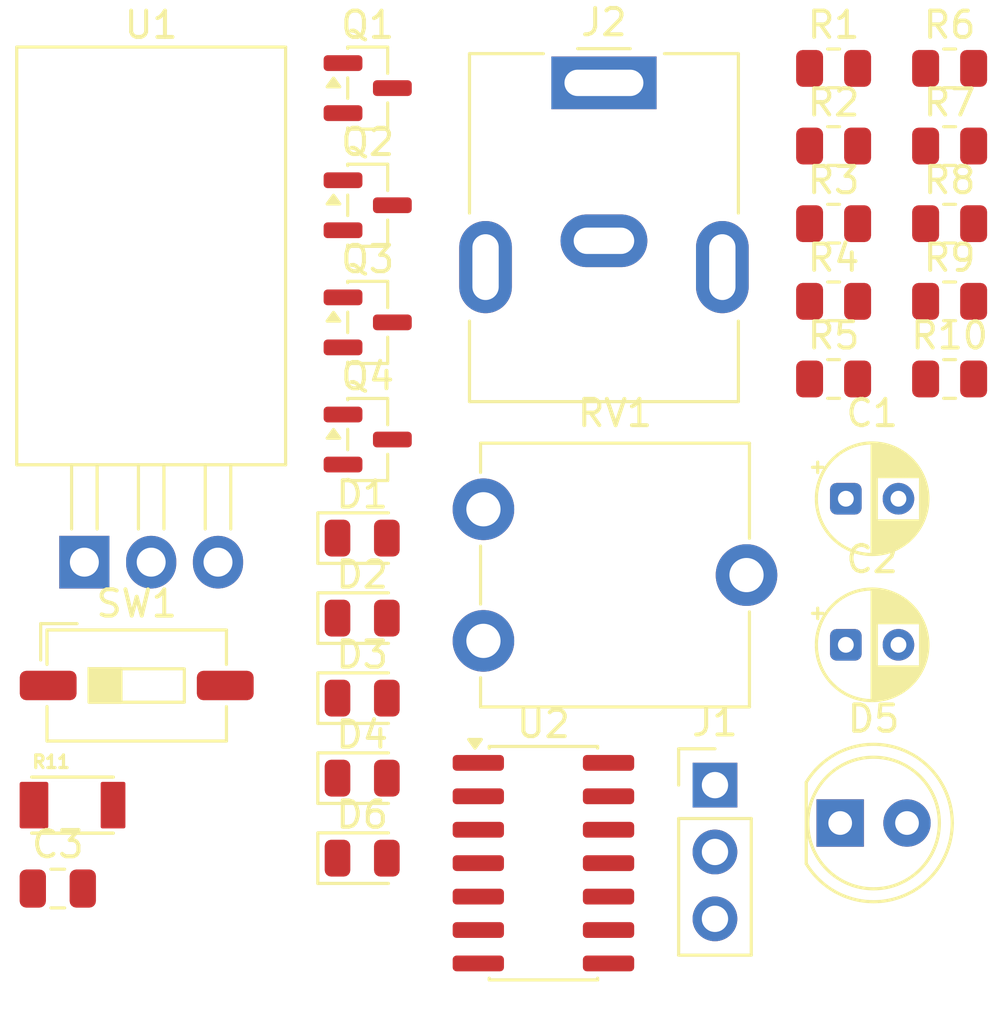
<source format=kicad_pcb>
(kicad_pcb (version 20241229) (generator "pcbnew") (generator_version "9.0")
  (layers (0 "F.Cu" signal) (2 "B.Cu" signal) (13 "F.Paste" user) (15 "B.Paste" user) (5 "F.SilkS" user "F.Silkscreen") (7 "B.SilkS" user "B.Silkscreen") (1 "F.Mask" user) (3 "B.Mask" user) (25 "Edge.Cuts" user))
  (net 0 "")
  (net 1 "Net-(D6-K)")
  (net 2 "GND")
  (net 3 "Net-(J1-Pin_1)")
  (net 4 "Net-(Q2-C)")
  (net 5 "Net-(D1-K)")
  (net 6 "Net-(D1-A)")
  (net 7 "Net-(D2-A)")
  (net 8 "Net-(D5-A)")
  (net 9 "Net-(J1-Pin_2)")
  (net 10 "Net-(SW1-A)")
  (net 11 "Net-(Q1-C)")
  (net 12 "Net-(Q1-B)")
  (net 13 "Net-(Q3-E)")
  (net 14 "Net-(Q3-B)")
  (net 15 "Net-(Q4-B)")
  (net 16 "Net-(U2A-+)")
  (net 17 "Net-(R9-Pad1)")
  (net 18 "Net-(SW1-B)")
  (footprint "Diode_SMD:D_0805_2012Metric" (layer "F.Cu") (at 152.29 100.755)
    (property "Reference" "D3" (at 0 -1.65 0) (layer "F.SilkS"))
    (property "Value" "1N4005")
    (fp_line (start -1.685 -0.96) (end -1.685 0.96) (stroke (width 0.12)) (layer "F.SilkS"))
    (fp_line (start -1.685 0.96) (end 1 0.96) (stroke (width 0.12)) (layer "F.SilkS"))
    (fp_line (start 1 -0.96) (end -1.685 -0.96) (stroke (width 0.12)) (layer "F.SilkS"))
    (pad "1" smd roundrect (at -0.9375 0) (size 0.975 1.4) (layers "F.Cu" "F.Mask" "F.Paste") (net 7 "Net-(D2-A)"))
    (pad "2" smd roundrect (at 0.9375 0) (size 0.975 1.4) (layers "F.Cu" "F.Mask" "F.Paste") (net 2 "GND"))
  )
  (footprint "LED_THT:LED_D5.0mm_IRGrey" (layer "F.Cu") (at 170.46 105.5)
    (property "Reference" "D5" (at 1.27 -3.96 0) (layer "F.SilkS"))
    (property "Value" "SFH4550")
    (fp_line (start -1.29 -1.545) (end -1.29 1.545) (stroke (width 0.12)) (layer "F.SilkS"))
    (fp_arc (start -1.29 -1.54483) (mid 2.071779 -2.880495) (end 4.26 0) (stroke (width 0.12)) (layer "F.SilkS"))
    (fp_arc (start 4.26 0) (mid 2.071779 2.880495) (end -1.29 1.54483) (stroke (width 0.12)) (layer "F.SilkS"))
    (fp_circle (center 1.27 0) (end 3.77 0) (stroke (width 0.12)) (fill no) (layer "F.SilkS"))
    (pad "1" thru_hole rect (at 0 0) (size 1.8 1.8) (drill 0.9) (layers "*.Cu" "*.Mask") (net 2 "GND"))
    (pad "2" thru_hole circle (at 2.54 0) (size 1.8 1.8) (drill 0.9) (layers "*.Cu" "*.Mask") (net 8 "Net-(D5-A)"))
  )
  (footprint "Button_Switch_SMD:SW_DIP_SPSTx01_Slide_6.7x4.1mm_W6.73mm_P2.54mm_LowProfile_JPin" (layer "F.Cu") (at 143.72 100.275)
    (property "Reference" "SW1" (at 0 -3.11 0) (layer "F.SilkS"))
    (property "Value" "SW_SPST")
    (fp_line (start -3.65 -2.35) (end -3.65 -0.967) (stroke (width 0.12)) (layer "F.SilkS"))
    (fp_line (start -3.65 -2.35) (end -2.267 -2.35) (stroke (width 0.12)) (layer "F.SilkS"))
    (fp_line (start -3.41 -2.11) (end -3.41 -0.8) (stroke (width 0.12)) (layer "F.SilkS"))
    (fp_line (start -3.41 -2.11) (end 3.41 -2.11) (stroke (width 0.12)) (layer "F.SilkS"))
    (fp_line (start -3.41 0.8) (end -3.41 2.11) (stroke (width 0.12)) (layer "F.SilkS"))
    (fp_line (start -3.41 2.11) (end 3.41 2.11) (stroke (width 0.12)) (layer "F.SilkS"))
    (fp_line (start -0.603333 -0.635) (end -0.603333 0.635) (stroke (width 0.12)) (layer "F.SilkS"))
    (fp_line (start 3.41 -2.11) (end 3.41 -0.8) (stroke (width 0.12)) (layer "F.SilkS"))
    (fp_line (start 3.41 0.8) (end 3.41 2.11) (stroke (width 0.12)) (layer "F.SilkS"))
    (fp_rect (start -1.81 -0.635) (end -0.603333 0.635) (stroke (width 0.12)) (fill yes) (layer "F.SilkS"))
    (fp_rect (start -1.81 -0.635) (end 1.81 0.635) (stroke (width 0.12)) (fill no) (layer "F.SilkS"))
    (pad "1" smd roundrect (at -3.365 0) (size 2.16 1.12) (layers "F.Cu" "F.Mask" "F.Paste") (roundrect_rratio 0.223214) (net 10 "Net-(SW1-A)"))
    (pad "2" smd roundrect (at 3.365 0) (size 2.16 1.12) (layers "F.Cu" "F.Mask" "F.Paste") (roundrect_rratio 0.223214) (net 18 "Net-(SW1-B)"))
  )
  (footprint "Diode_SMD:D_0805_2012Metric" (layer "F.Cu") (at 152.29 106.835)
    (property "Reference" "D6" (at 0 -1.65 0) (layer "F.SilkS"))
    (property "Value" "1N4005")
    (fp_line (start -1.685 -0.96) (end -1.685 0.96) (stroke (width 0.12)) (layer "F.SilkS"))
    (fp_line (start -1.685 0.96) (end 1 0.96) (stroke (width 0.12)) (layer "F.SilkS"))
    (fp_line (start 1 -0.96) (end -1.685 -0.96) (stroke (width 0.12)) (layer "F.SilkS"))
    (pad "1" smd roundrect (at -0.9375 0) (size 0.975 1.4) (layers "F.Cu" "F.Mask" "F.Paste") (net 1 "Net-(D6-K)"))
    (pad "2" smd roundrect (at 0.9375 0) (size 0.975 1.4) (layers "F.Cu" "F.Mask" "F.Paste") (net 5 "Net-(D1-K)"))
  )
  (footprint "Package_SO:SOIC-14_3.9x8.7mm_P1.27mm" (layer "F.Cu") (at 159.18 107.025)
    (property "Reference" "U2" (at 0 -5.28 0) (layer "F.SilkS"))
    (property "Value" "LM339")
    (fp_line (start -2.06 -4.435) (end 2.06 -4.435) (stroke (width 0.12)) (layer "F.SilkS"))
    (fp_line (start -2.06 -4.37) (end -2.06 -4.435) (stroke (width 0.12)) (layer "F.SilkS"))
    (fp_line (start -2.06 4.435) (end -2.06 4.37) (stroke (width 0.12)) (layer "F.SilkS"))
    (fp_line (start 2.06 -4.435) (end 2.06 -4.37) (stroke (width 0.12)) (layer "F.SilkS"))
    (fp_line (start 2.06 4.37) (end 2.06 4.435) (stroke (width 0.12)) (layer "F.SilkS"))
    (fp_line (start 2.06 4.435) (end -2.06 4.435) (stroke (width 0.12)) (layer "F.SilkS"))
    (fp_poly (pts (xy -2.6 -4.37) (xy -2.84 -4.7) (xy -2.36 -4.7)) (stroke (width 0.12)) (fill yes) (layer "F.SilkS"))
    (pad "1" smd roundrect (at -2.475 -3.81) (size 1.95 0.6) (layers "F.Cu" "F.Mask" "F.Paste"))
    (pad "2" smd roundrect (at -2.475 -2.54) (size 1.95 0.6) (layers "F.Cu" "F.Mask" "F.Paste") (net 17 "Net-(R9-Pad1)"))
    (pad "3" smd roundrect (at -2.475 -1.27) (size 1.95 0.6) (layers "F.Cu" "F.Mask" "F.Paste"))
    (pad "4" smd roundrect (at -2.475 0) (size 1.95 0.6) (layers "F.Cu" "F.Mask" "F.Paste") (net 4 "Net-(Q2-C)"))
    (pad "5" smd roundrect (at -2.475 1.27) (size 1.95 0.6) (layers "F.Cu" "F.Mask" "F.Paste") (net 16 "Net-(U2A-+)"))
    (pad "6" smd roundrect (at -2.475 2.54) (size 1.95 0.6) (layers "F.Cu" "F.Mask" "F.Paste"))
    (pad "7" smd roundrect (at -2.475 3.81) (size 1.95 0.6) (layers "F.Cu" "F.Mask" "F.Paste"))
    (pad "8" smd roundrect (at 2.475 3.81) (size 1.95 0.6) (layers "F.Cu" "F.Mask" "F.Paste"))
    (pad "9" smd roundrect (at 2.475 2.54) (size 1.95 0.6) (layers "F.Cu" "F.Mask" "F.Paste"))
    (pad "10" smd roundrect (at 2.475 1.27) (size 1.95 0.6) (layers "F.Cu" "F.Mask" "F.Paste"))
    (pad "11" smd roundrect (at 2.475 0) (size 1.95 0.6) (layers "F.Cu" "F.Mask" "F.Paste"))
    (pad "12" smd roundrect (at 2.475 -1.27) (size 1.95 0.6) (layers "F.Cu" "F.Mask" "F.Paste"))
    (pad "13" smd roundrect (at 2.475 -2.54) (size 1.95 0.6) (layers "F.Cu" "F.Mask" "F.Paste"))
    (pad "14" smd roundrect (at 2.475 -3.81) (size 1.95 0.6) (layers "F.Cu" "F.Mask" "F.Paste"))
  )
  (footprint "Diode_SMD:D_0805_2012Metric" (layer "F.Cu") (at 152.29 97.715)
    (property "Reference" "D2" (at 0 -1.65 0) (layer "F.SilkS"))
    (property "Value" "1N4005")
    (fp_line (start -1.685 -0.96) (end -1.685 0.96) (stroke (width 0.12)) (layer "F.SilkS"))
    (fp_line (start -1.685 0.96) (end 1 0.96) (stroke (width 0.12)) (layer "F.SilkS"))
    (fp_line (start 1 -0.96) (end -1.685 -0.96) (stroke (width 0.12)) (layer "F.SilkS"))
    (pad "1" smd roundrect (at -0.9375 0) (size 0.975 1.4) (layers "F.Cu" "F.Mask" "F.Paste") (net 5 "Net-(D1-K)"))
    (pad "2" smd roundrect (at 0.9375 0) (size 0.975 1.4) (layers "F.Cu" "F.Mask" "F.Paste") (net 7 "Net-(D2-A)"))
  )
  (footprint "Resistor_SMD:R_0805_2012Metric" (layer "F.Cu") (at 174.62 82.73)
    (property "Reference" "R8" (at 0 -1.65 0) (layer "F.SilkS"))
    (property "Value" "390k")
    (fp_line (start -0.227064 -0.735) (end 0.227064 -0.735) (stroke (width 0.12)) (layer "F.SilkS"))
    (fp_line (start -0.227064 0.735) (end 0.227064 0.735) (stroke (width 0.12)) (layer "F.SilkS"))
    (pad "1" smd roundrect (at -0.9125 0) (size 1.025 1.4) (layers "F.Cu" "F.Mask" "F.Paste") (roundrect_rratio 0.243902) (net 14 "Net-(Q3-B)"))
    (pad "2" smd roundrect (at 0.9125 0) (size 1.025 1.4) (layers "F.Cu" "F.Mask" "F.Paste") (roundrect_rratio 0.243902) (net 2 "GND"))
  )
  (footprint "Resistor_SMD:R_0805_2012Metric" (layer "F.Cu") (at 174.62 88.63)
    (property "Reference" "R10" (at 0 -1.65 0) (layer "F.SilkS"))
    (property "Value" "180")
    (fp_line (start -0.227064 -0.735) (end 0.227064 -0.735) (stroke (width 0.12)) (layer "F.SilkS"))
    (fp_line (start -0.227064 0.735) (end 0.227064 0.735) (stroke (width 0.12)) (layer "F.SilkS"))
    (pad "1" smd roundrect (at -0.9125 0) (size 1.025 1.4) (layers "F.Cu" "F.Mask" "F.Paste") (roundrect_rratio 0.243902) (net 2 "GND"))
    (pad "2" smd roundrect (at 0.9125 0) (size 1.025 1.4) (layers "F.Cu" "F.Mask" "F.Paste") (roundrect_rratio 0.243902) (net 9 "Net-(J1-Pin_2)"))
  )
  (footprint "Potentiometer_THT:Potentiometer_ACP_CA9-V10_Vertical_Hole" (layer "F.Cu") (at 156.9 98.58)
    (property "Reference" "RV1" (at 5 -8.65 0) (layer "F.SilkS"))
    (property "Value" "R_Potentiometer_US")
    (fp_line (start -0.11 -7.51) (end 10.11 -7.51) (stroke (width 0.12)) (layer "F.SilkS"))
    (fp_line (start -0.11 -6.396) (end -0.11 -7.51) (stroke (width 0.12)) (layer "F.SilkS"))
    (fp_line (start -0.11 -1.396) (end -0.11 -3.604) (stroke (width 0.12)) (layer "F.SilkS"))
    (fp_line (start -0.11 2.51) (end -0.11 1.396) (stroke (width 0.12)) (layer "F.SilkS"))
    (fp_line (start 10.11 -7.51) (end 10.11 -3.896) (stroke (width 0.12)) (layer "F.SilkS"))
    (fp_line (start 10.11 -1.104) (end 10.11 2.51) (stroke (width 0.12)) (layer "F.SilkS"))
    (fp_line (start 10.11 2.51) (end -0.11 2.51) (stroke (width 0.12)) (layer "F.SilkS"))
    (pad "" np_thru_hole circle (at 5 -2.5) (size 4 4) (drill 4) (layers "*.Cu" "*.Mask"))
    (pad "1" thru_hole circle (at 0 0) (size 2.34 2.34) (drill 1.3) (layers "*.Cu" "*.Mask") (net 2 "GND"))
    (pad "2" thru_hole circle (at 10 -2.5) (size 2.34 2.34) (drill 1.3) (layers "*.Cu" "*.Mask") (net 2 "GND"))
    (pad "3" thru_hole circle (at 0 -5) (size 2.34 2.34) (drill 1.3) (layers "*.Cu" "*.Mask") (net 16 "Net-(U2A-+)"))
  )
  (footprint "Diode_SMD:D_0805_2012Metric" (layer "F.Cu") (at 152.29 94.675)
    (property "Reference" "D1" (at 0 -1.65 0) (layer "F.SilkS"))
    (property "Value" "1N4005")
    (fp_line (start -1.685 -0.96) (end -1.685 0.96) (stroke (width 0.12)) (layer "F.SilkS"))
    (fp_line (start -1.685 0.96) (end 1 0.96) (stroke (width 0.12)) (layer "F.SilkS"))
    (fp_line (start 1 -0.96) (end -1.685 -0.96) (stroke (width 0.12)) (layer "F.SilkS"))
    (pad "1" smd roundrect (at -0.9375 0) (size 0.975 1.4) (layers "F.Cu" "F.Mask" "F.Paste") (net 5 "Net-(D1-K)"))
    (pad "2" smd roundrect (at 0.9375 0) (size 0.975 1.4) (layers "F.Cu" "F.Mask" "F.Paste") (net 6 "Net-(D1-A)"))
  )
  (footprint "Resistor_SMD:R_0805_2012Metric" (layer "F.Cu") (at 170.21 76.83)
    (property "Reference" "R1" (at 0 -1.65 0) (layer "F.SilkS"))
    (property "Value" "2.2k")
    (fp_line (start -0.227064 -0.735) (end 0.227064 -0.735) (stroke (width 0.12)) (layer "F.SilkS"))
    (fp_line (start -0.227064 0.735) (end 0.227064 0.735) (stroke (width 0.12)) (layer "F.SilkS"))
    (pad "1" smd roundrect (at -0.9125 0) (size 1.025 1.4) (layers "F.Cu" "F.Mask" "F.Paste") (roundrect_rratio 0.243902) (net 2 "GND"))
    (pad "2" smd roundrect (at 0.9125 0) (size 1.025 1.4) (layers "F.Cu" "F.Mask" "F.Paste") (roundrect_rratio 0.243902) (net 5 "Net-(D1-K)"))
  )
  (footprint "Package_TO_SOT_SMD:SOT-23" (layer "F.Cu") (at 152.5 82.03)
    (property "Reference" "Q2" (at 0 -2.4 0) (layer "F.SilkS"))
    (property "Value" "2N3904")
    (fp_line (start -0.76 -1.56) (end 0.76 -1.56) (stroke (width 0.12)) (layer "F.SilkS"))
    (fp_line (start -0.76 -1.51) (end -0.76 -1.56) (stroke (width 0.12)) (layer "F.SilkS"))
    (fp_line (start -0.76 0.39) (end -0.76 -0.39) (stroke (width 0.12)) (layer "F.SilkS"))
    (fp_line (start -0.76 1.56) (end -0.76 1.51) (stroke (width 0.12)) (layer "F.SilkS"))
    (fp_line (start 0.76 -1.56) (end 0.76 -0.56) (stroke (width 0.12)) (layer "F.SilkS"))
    (fp_line (start 0.76 0.56) (end 0.76 1.56) (stroke (width 0.12)) (layer "F.SilkS"))
    (fp_line (start 0.76 1.56) (end -0.76 1.56) (stroke (width 0.12)) (layer "F.SilkS"))
    (fp_poly (pts (xy -1.3 -0.38) (xy -1.06 -0.05) (xy -1.54 -0.05)) (stroke (width 0.12)) (fill yes) (layer "F.SilkS"))
    (pad "1" smd roundrect (at -0.9375 -0.95) (size 1.475 0.6) (layers "F.Cu" "F.Mask" "F.Paste") (net 2 "GND"))
    (pad "2" smd roundrect (at -0.9375 0.95) (size 1.475 0.6) (layers "F.Cu" "F.Mask" "F.Paste") (net 11 "Net-(Q1-C)"))
    (pad "3" smd roundrect (at 0.9375 0) (size 1.475 0.6) (layers "F.Cu" "F.Mask" "F.Paste") (net 4 "Net-(Q2-C)"))
  )
  (footprint "Package_TO_SOT_SMD:SOT-23" (layer "F.Cu") (at 152.5 77.58)
    (property "Reference" "Q1" (at 0 -2.4 0) (layer "F.SilkS"))
    (property "Value" "2N3904")
    (fp_line (start -0.76 -1.56) (end 0.76 -1.56) (stroke (width 0.12)) (layer "F.SilkS"))
    (fp_line (start -0.76 -1.51) (end -0.76 -1.56) (stroke (width 0.12)) (layer "F.SilkS"))
    (fp_line (start -0.76 0.39) (end -0.76 -0.39) (stroke (width 0.12)) (layer "F.SilkS"))
    (fp_line (start -0.76 1.56) (end -0.76 1.51) (stroke (width 0.12)) (layer "F.SilkS"))
    (fp_line (start 0.76 -1.56) (end 0.76 -0.56) (stroke (width 0.12)) (layer "F.SilkS"))
    (fp_line (start 0.76 0.56) (end 0.76 1.56) (stroke (width 0.12)) (layer "F.SilkS"))
    (fp_line (start 0.76 1.56) (end -0.76 1.56) (stroke (width 0.12)) (layer "F.SilkS"))
    (fp_poly (pts (xy -1.3 -0.38) (xy -1.06 -0.05) (xy -1.54 -0.05)) (stroke (width 0.12)) (fill yes) (layer "F.SilkS"))
    (pad "1" smd roundrect (at -0.9375 -0.95) (size 1.475 0.6) (layers "F.Cu" "F.Mask" "F.Paste") (net 2 "GND"))
    (pad "2" smd roundrect (at -0.9375 0.95) (size 1.475 0.6) (layers "F.Cu" "F.Mask" "F.Paste") (net 12 "Net-(Q1-B)"))
    (pad "3" smd roundrect (at 0.9375 0) (size 1.475 0.6) (layers "F.Cu" "F.Mask" "F.Paste") (net 11 "Net-(Q1-C)"))
  )
  (footprint "Resistor_SMD:R_0805_2012Metric" (layer "F.Cu") (at 170.21 88.63)
    (property "Reference" "R5" (at 0 -1.65 0) (layer "F.SilkS"))
    (property "Value" "220k")
    (fp_line (start -0.227064 -0.735) (end 0.227064 -0.735) (stroke (width 0.12)) (layer "F.SilkS"))
    (fp_line (start -0.227064 0.735) (end 0.227064 0.735) (stroke (width 0.12)) (layer "F.SilkS"))
    (pad "1" smd roundrect (at -0.9125 0) (size 1.025 1.4) (layers "F.Cu" "F.Mask" "F.Paste") (roundrect_rratio 0.243902) (net 3 "Net-(J1-Pin_1)"))
    (pad "2" smd roundrect (at 0.9125 0) (size 1.025 1.4) (layers "F.Cu" "F.Mask" "F.Paste") (roundrect_rratio 0.243902) (net 14 "Net-(Q3-B)"))
  )
  (footprint "Resistor_SMD:R_0805_2012Metric" (layer "F.Cu") (at 170.21 79.78)
    (property "Reference" "R2" (at 0 -1.65 0) (layer "F.SilkS"))
    (property "Value" "1M")
    (fp_line (start -0.227064 -0.735) (end 0.227064 -0.735) (stroke (width 0.12)) (layer "F.SilkS"))
    (fp_line (start -0.227064 0.735) (end 0.227064 0.735) (stroke (width 0.12)) (layer "F.SilkS"))
    (pad "1" smd roundrect (at -0.9125 0) (size 1.025 1.4) (layers "F.Cu" "F.Mask" "F.Paste") (roundrect_rratio 0.243902) (net 5 "Net-(D1-K)"))
    (pad "2" smd roundrect (at 0.9125 0) (size 1.025 1.4) (layers "F.Cu" "F.Mask" "F.Paste") (roundrect_rratio 0.243902) (net 12 "Net-(Q1-B)"))
  )
  (footprint "Resistor_SMD:R_0805_2012Metric" (layer "F.Cu") (at 174.62 79.78)
    (property "Reference" "R7" (at 0 -1.65 0) (layer "F.SilkS"))
    (property "Value" "2.2k")
    (fp_line (start -0.227064 -0.735) (end 0.227064 -0.735) (stroke (width 0.12)) (layer "F.SilkS"))
    (fp_line (start -0.227064 0.735) (end 0.227064 0.735) (stroke (width 0.12)) (layer "F.SilkS"))
    (pad "1" smd roundrect (at -0.9125 0) (size 1.025 1.4) (layers "F.Cu" "F.Mask" "F.Paste") (roundrect_rratio 0.243902) (net 3 "Net-(J1-Pin_1)"))
    (pad "2" smd roundrect (at 0.9125 0) (size 1.025 1.4) (layers "F.Cu" "F.Mask" "F.Paste") (roundrect_rratio 0.243902) (net 16 "Net-(U2A-+)"))
  )
  (footprint "Resistor_SMD:R_0805_2012Metric" (layer "F.Cu") (at 174.62 85.68)
    (property "Reference" "R9" (at 0 -1.65 0) (layer "F.SilkS"))
    (property "Value" "8.2k")
    (fp_line (start -0.227064 -0.735) (end 0.227064 -0.735) (stroke (width 0.12)) (layer "F.SilkS"))
    (fp_line (start -0.227064 0.735) (end 0.227064 0.735) (stroke (width 0.12)) (layer "F.SilkS"))
    (pad "1" smd roundrect (at -0.9125 0) (size 1.025 1.4) (layers "F.Cu" "F.Mask" "F.Paste") (roundrect_rratio 0.243902) (net 17 "Net-(R9-Pad1)"))
    (pad "2" smd roundrect (at 0.9125 0) (size 1.025 1.4) (layers "F.Cu" "F.Mask" "F.Paste") (roundrect_rratio 0.243902) (net 15 "Net-(Q4-B)"))
  )
  (footprint "Package_TO_SOT_SMD:SOT-23" (layer "F.Cu") (at 152.5 86.48)
    (property "Reference" "Q3" (at 0 -2.4 0) (layer "F.SilkS"))
    (property "Value" "2N3906")
    (fp_line (start -0.76 -1.56) (end 0.76 -1.56) (stroke (width 0.12)) (layer "F.SilkS"))
    (fp_line (start -0.76 -1.51) (end -0.76 -1.56) (stroke (width 0.12)) (layer "F.SilkS"))
    (fp_line (start -0.76 0.39) (end -0.76 -0.39) (stroke (width 0.12)) (layer "F.SilkS"))
    (fp_line (start -0.76 1.56) (end -0.76 1.51) (stroke (width 0.12)) (layer "F.SilkS"))
    (fp_line (start 0.76 -1.56) (end 0.76 -0.56) (stroke (width 0.12)) (layer "F.SilkS"))
    (fp_line (start 0.76 0.56) (end 0.76 1.56) (stroke (width 0.12)) (layer "F.SilkS"))
    (fp_line (start 0.76 1.56) (end -0.76 1.56) (stroke (width 0.12)) (layer "F.SilkS"))
    (fp_poly (pts (xy -1.3 -0.38) (xy -1.06 -0.05) (xy -1.54 -0.05)) (stroke (width 0.12)) (fill yes) (layer "F.SilkS"))
    (pad "1" smd roundrect (at -0.9375 -0.95) (size 1.475 0.6) (layers "F.Cu" "F.Mask" "F.Paste") (net 13 "Net-(Q3-E)"))
    (pad "2" smd roundrect (at -0.9375 0.95) (size 1.475 0.6) (layers "F.Cu" "F.Mask" "F.Paste") (net 14 "Net-(Q3-B)"))
    (pad "3" smd roundrect (at 0.9375 0) (size 1.475 0.6) (layers "F.Cu" "F.Mask" "F.Paste") (net 4 "Net-(Q2-C)"))
  )
  (footprint "Connector_BarrelJack:BarrelJack_CUI_PJ-063AH_Horizontal" (layer "F.Cu") (at 161.48 77.38)
    (property "Reference" "J2" (at 0 -2.3 0) (layer "F.SilkS"))
    (property "Value" "Barrel_Jack")
    (fp_line (start -5.11 -1.11) (end -2.3 -1.11) (stroke (width 0.12)) (layer "F.SilkS"))
    (fp_line (start -5.11 4.95) (end -5.11 -1.11) (stroke (width 0.12)) (layer "F.SilkS"))
    (fp_line (start -5.11 12.11) (end -5.11 9.05) (stroke (width 0.12)) (layer "F.SilkS"))
    (fp_line (start -1 -1.3) (end 1 -1.3) (stroke (width 0.12)) (layer "F.SilkS"))
    (fp_line (start 2.3 -1.11) (end 5.11 -1.11) (stroke (width 0.12)) (layer "F.SilkS"))
    (fp_line (start 5.11 -1.11) (end 5.11 4.95) (stroke (width 0.12)) (layer "F.SilkS"))
    (fp_line (start 5.11 9.05) (end 5.11 12.11) (stroke (width 0.12)) (layer "F.SilkS"))
    (fp_line (start 5.11 12.11) (end -5.11 12.11) (stroke (width 0.12)) (layer "F.SilkS"))
    (pad "" np_thru_hole circle (at 0 9) (size 1.6 1.6) (drill 1.6) (layers "*.Cu" "*.Mask"))
    (pad "1" thru_hole rect (at 0 0) (size 4 2) (drill oval 3 1) (layers "*.Cu" "*.Mask") (net 10 "Net-(SW1-A)"))
    (pad "2" thru_hole oval (at 0 6) (size 3.3 2) (drill oval 2.3 1) (layers "*.Cu" "*.Mask") (net 6 "Net-(D1-A)"))
    (pad "MP" thru_hole oval (at -4.5 7) (size 2 3.5) (drill oval 1 2.5) (layers "*.Cu" "*.Mask"))
    (pad "MP" thru_hole oval (at 4.5 7) (size 2 3.5) (drill oval 1 2.5) (layers "*.Cu" "*.Mask"))
  )
  (footprint "Connector_PinHeader_2.54mm:PinHeader_1x03_P2.54mm_Vertical" (layer "F.Cu") (at 165.7 104.06)
    (property "Reference" "J1" (at 0 -2.38 0) (layer "F.SilkS"))
    (property "Value" "Conn_01x03")
    (fp_line (start -1.38 -1.38) (end 0 -1.38) (stroke (width 0.12)) (layer "F.SilkS"))
    (fp_line (start -1.38 0) (end -1.38 -1.38) (stroke (width 0.12)) (layer "F.SilkS"))
    (fp_line (start -1.38 1.27) (end -1.38 6.46) (stroke (width 0.12)) (layer "F.SilkS"))
    (fp_line (start -1.38 1.27) (end 1.38 1.27) (stroke (width 0.12)) (layer "F.SilkS"))
    (fp_line (start -1.38 6.46) (end 1.38 6.46) (stroke (width 0.12)) (layer "F.SilkS"))
    (fp_line (start 1.38 1.27) (end 1.38 6.46) (stroke (width 0.12)) (layer "F.SilkS"))
    (pad "1" thru_hole rect (at 0 0) (size 1.7 1.7) (drill 1) (layers "*.Cu" "*.Mask") (net 3 "Net-(J1-Pin_1)"))
    (pad "2" thru_hole circle (at 0 2.54) (size 1.7 1.7) (drill 1) (layers "*.Cu" "*.Mask") (net 9 "Net-(J1-Pin_2)"))
    (pad "3" thru_hole circle (at 0 5.08) (size 1.7 1.7) (drill 1) (layers "*.Cu" "*.Mask") (net 2 "GND"))
  )
  (footprint "Resistor_SMD:R_0805_2012Metric" (layer "F.Cu") (at 170.21 85.68)
    (property "Reference" "R4" (at 0 -1.65 0) (layer "F.SilkS"))
    (property "Value" "10k")
    (fp_line (start -0.227064 -0.735) (end 0.227064 -0.735) (stroke (width 0.12)) (layer "F.SilkS"))
    (fp_line (start -0.227064 0.735) (end 0.227064 0.735) (stroke (width 0.12)) (layer "F.SilkS"))
    (pad "1" smd roundrect (at -0.9125 0) (size 1.025 1.4) (layers "F.Cu" "F.Mask" "F.Paste") (roundrect_rratio 0.243902) (net 3 "Net-(J1-Pin_1)"))
    (pad "2" smd roundrect (at 0.9125 0) (size 1.025 1.4) (layers "F.Cu" "F.Mask" "F.Paste") (roundrect_rratio 0.243902) (net 11 "Net-(Q1-C)"))
  )
  (footprint "Capacitor_THT:CP_Radial_D4.0mm_P2.00mm" (layer "F.Cu") (at 170.674801 98.73)
    (property "Reference" "C2" (at 1 -3.25 0) (layer "F.SilkS"))
    (property "Value" "10uF")
    (fp_line (start -1.269801 -1.195) (end -0.869801 -1.195) (stroke (width 0.12)) (layer "F.SilkS"))
    (fp_line (start -1.069801 -1.395) (end -1.069801 -0.995) (stroke (width 0.12)) (layer "F.SilkS"))
    (fp_line (start 1 -2.08) (end 1 2.08) (stroke (width 0.12)) (layer "F.SilkS"))
    (fp_line (start 1.04 -2.08) (end 1.04 2.08) (stroke (width 0.12)) (layer "F.SilkS"))
    (fp_line (start 1.08 -2.078) (end 1.08 2.078) (stroke (width 0.12)) (layer "F.SilkS"))
    (fp_line (start 1.12 -2.077) (end 1.12 2.077) (stroke (width 0.12)) (layer "F.SilkS"))
    (fp_line (start 1.16 -2.074) (end 1.16 2.074) (stroke (width 0.12)) (layer "F.SilkS"))
    (fp_line (start 1.2 -2.071) (end 1.2 -0.84) (stroke (width 0.12)) (layer "F.SilkS"))
    (fp_line (start 1.2 0.84) (end 1.2 2.071) (stroke (width 0.12)) (layer "F.SilkS"))
    (fp_line (start 1.24 -2.066) (end 1.24 -0.84) (stroke (width 0.12)) (layer "F.SilkS"))
    (fp_line (start 1.24 0.84) (end 1.24 2.066) (stroke (width 0.12)) (layer "F.SilkS"))
    (fp_line (start 1.28 -2.061) (end 1.28 -0.84) (stroke (width 0.12)) (layer "F.SilkS"))
    (fp_line (start 1.28 0.84) (end 1.28 2.061) (stroke (width 0.12)) (layer "F.SilkS"))
    (fp_line (start 1.32 -2.056) (end 1.32 -0.84) (stroke (width 0.12)) (layer "F.SilkS"))
    (fp_line (start 1.32 0.84) (end 1.32 2.056) (stroke (width 0.12)) (layer "F.SilkS"))
    (fp_line (start 1.36 -2.049) (end 1.36 -0.84) (stroke (width 0.12)) (layer "F.SilkS"))
    (fp_line (start 1.36 0.84) (end 1.36 2.049) (stroke (width 0.12)) (layer "F.SilkS"))
    (fp_line (start 1.4 -2.042) (end 1.4 -0.84) (stroke (width 0.12)) (layer "F.SilkS"))
    (fp_line (start 1.4 0.84) (end 1.4 2.042) (stroke (width 0.12)) (layer "F.SilkS"))
    (fp_line (start 1.44 -2.034) (end 1.44 -0.84) (stroke (width 0.12)) (layer "F.SilkS"))
    (fp_line (start 1.44 0.84) (end 1.44 2.034) (stroke (width 0.12)) (layer "F.SilkS"))
    (fp_line (start 1.48 -2.025) (end 1.48 -0.84) (stroke (width 0.12)) (layer "F.SilkS"))
    (fp_line (start 1.48 0.84) (end 1.48 2.025) (stroke (width 0.12)) (layer "F.SilkS"))
    (fp_line (start 1.52 -2.015) (end 1.52 -0.84) (stroke (width 0.12)) (layer "F.SilkS"))
    (fp_line (start 1.52 0.84) (end 1.52 2.015) (stroke (width 0.12)) (layer "F.SilkS"))
    (fp_line (start 1.56 -2.005) (end 1.56 -0.84) (stroke (width 0.12)) (layer "F.SilkS"))
    (fp_line (start 1.56 0.84) (end 1.56 2.005) (stroke (width 0.12)) (layer "F.SilkS"))
    (fp_line (start 1.6 -1.993) (end 1.6 -0.84) (stroke (width 0.12)) (layer "F.SilkS"))
    (fp_line (start 1.6 0.84) (end 1.6 1.993) (stroke (width 0.12)) (layer "F.SilkS"))
    (fp_line (start 1.64 -1.981) (end 1.64 -0.84) (stroke (width 0.12)) (layer "F.SilkS"))
    (fp_line (start 1.64 0.84) (end 1.64 1.981) (stroke (width 0.12)) (layer "F.SilkS"))
    (fp_line (start 1.68 -1.968) (end 1.68 -0.84) (stroke (width 0.12)) (layer "F.SilkS"))
    (fp_line (start 1.68 0.84) (end 1.68 1.968) (stroke (width 0.12)) (layer "F.SilkS"))
    (fp_line (start 1.72 -1.954) (end 1.72 -0.84) (stroke (width 0.12)) (layer "F.SilkS"))
    (fp_line (start 1.72 0.84) (end 1.72 1.954) (stroke (width 0.12)) (layer "F.SilkS"))
    (fp_line (start 1.76 -1.939) (end 1.76 -0.84) (stroke (width 0.12)) (layer "F.SilkS"))
    (fp_line (start 1.76 0.84) (end 1.76 1.939) (stroke (width 0.12)) (layer "F.SilkS"))
    (fp_line (start 1.8 -1.923) (end 1.8 -0.84) (stroke (width 0.12)) (layer "F.SilkS"))
    (fp_line (start 1.8 0.84) (end 1.8 1.923) (stroke (width 0.12)) (layer "F.SilkS"))
    (fp_line (start 1.84 -1.906) (end 1.84 -0.84) (stroke (width 0.12)) (layer "F.SilkS"))
    (fp_line (start 1.84 0.84) (end 1.84 1.906) (stroke (width 0.12)) (layer "F.SilkS"))
    (fp_line (start 1.88 -1.889) (end 1.88 -0.84) (stroke (width 0.12)) (layer "F.SilkS"))
    (fp_line (start 1.88 0.84) (end 1.88 1.889) (stroke (width 0.12)) (layer "F.SilkS"))
    (fp_line (start 1.92 -1.87) (end 1.92 -0.84) (stroke (width 0.12)) (layer "F.SilkS"))
    (fp_line (start 1.92 0.84) (end 1.92 1.87) (stroke (width 0.12)) (layer "F.SilkS"))
    (fp_line (start 1.96 -1.85) (end 1.96 -0.84) (stroke (width 0.12)) (layer "F.SilkS"))
    (fp_line (start 1.96 0.84) (end 1.96 1.85) (stroke (width 0.12)) (layer "F.SilkS"))
    (fp_line (start 2 -1.829) (end 2 -0.84) (stroke (width 0.12)) (layer "F.SilkS"))
    (fp_line (start 2 0.84) (end 2 1.829) (stroke (width 0.12)) (layer "F.SilkS"))
    (fp_line (start 2.04 -1.807) (end 2.04 -0.84) (stroke (width 0.12)) (layer "F.SilkS"))
    (fp_line (start 2.04 0.84) (end 2.04 1.807) (stroke (width 0.12)) (layer "F.SilkS"))
    (fp_line (start 2.08 -1.784) (end 2.08 -0.84) (stroke (width 0.12)) (layer "F.SilkS"))
    (fp_line (start 2.08 0.84) (end 2.08 1.784) (stroke (width 0.12)) (layer "F.SilkS"))
    (fp_line (start 2.12 -1.76) (end 2.12 -0.84) (stroke (width 0.12)) (layer "F.SilkS"))
    (fp_line (start 2.12 0.84) (end 2.12 1.76) (stroke (width 0.12)) (layer "F.SilkS"))
    (fp_line (start 2.16 -1.734) (end 2.16 -0.84) (stroke (width 0.12)) (layer "F.SilkS"))
    (fp_line (start 2.16 0.84) (end 2.16 1.734) (stroke (width 0.12)) (layer "F.SilkS"))
    (fp_line (start 2.2 -1.708) (end 2.2 -0.84) (stroke (width 0.12)) (layer "F.SilkS"))
    (fp_line (start 2.2 0.84) (end 2.2 1.708) (stroke (width 0.12)) (layer "F.SilkS"))
    (fp_line (start 2.24 -1.68) (end 2.24 -0.84) (stroke (width 0.12)) (layer "F.SilkS"))
    (fp_line (start 2.24 0.84) (end 2.24 1.68) (stroke (width 0.12)) (layer "F.SilkS"))
    (fp_line (start 2.28 -1.65) (end 2.28 -0.84) (stroke (width 0.12)) (layer "F.SilkS"))
    (fp_line (start 2.28 0.84) (end 2.28 1.65) (stroke (width 0.12)) (layer "F.SilkS"))
    (fp_line (start 2.32 -1.619) (end 2.32 -0.84) (stroke (width 0.12)) (layer "F.SilkS"))
    (fp_line (start 2.32 0.84) (end 2.32 1.619) (stroke (width 0.12)) (layer "F.SilkS"))
    (fp_line (start 2.36 -1.586) (end 2.36 -0.84) (stroke (width 0.12)) (layer "F.SilkS"))
    (fp_line (start 2.36 0.84) (end 2.36 1.586) (stroke (width 0.12)) (layer "F.SilkS"))
    (fp_line (start 2.4 -1.552) (end 2.4 -0.84) (stroke (width 0.12)) (layer "F.SilkS"))
    (fp_line (start 2.4 0.84) (end 2.4 1.552) (stroke (width 0.12)) (layer "F.SilkS"))
    (fp_line (start 2.44 -1.516) (end 2.44 -0.84) (stroke (width 0.12)) (layer "F.SilkS"))
    (fp_line (start 2.44 0.84) (end 2.44 1.516) (stroke (width 0.12)) (layer "F.SilkS"))
    (fp_line (start 2.48 -1.478) (end 2.48 -0.84) (stroke (width 0.12)) (layer "F.SilkS"))
    (fp_line (start 2.48 0.84) (end 2.48 1.478) (stroke (width 0.12)) (layer "F.SilkS"))
    (fp_line (start 2.52 -1.438) (end 2.52 -0.84) (stroke (width 0.12)) (layer "F.SilkS"))
    (fp_line (start 2.52 0.84) (end 2.52 1.438) (stroke (width 0.12)) (layer "F.SilkS"))
    (fp_line (start 2.56 -1.396) (end 2.56 -0.84) (stroke (width 0.12)) (layer "F.SilkS"))
    (fp_line (start 2.56 0.84) (end 2.56 1.396) (stroke (width 0.12)) (layer "F.SilkS"))
    (fp_line (start 2.6 -1.351) (end 2.6 -0.84) (stroke (width 0.12)) (layer "F.SilkS"))
    (fp_line (start 2.6 0.84) (end 2.6 1.351) (stroke (width 0.12)) (layer "F.SilkS"))
    (fp_line (start 2.64 -1.303) (end 2.64 -0.84) (stroke (width 0.12)) (layer "F.SilkS"))
    (fp_line (start 2.64 0.84) (end 2.64 1.303) (stroke (width 0.12)) (layer "F.SilkS"))
    (fp_line (start 2.68 -1.253) (end 2.68 -0.84) (stroke (width 0.12)) (layer "F.SilkS"))
    (fp_line (start 2.68 0.84) (end 2.68 1.253) (stroke (width 0.12)) (layer "F.SilkS"))
    (fp_line (start 2.72 -1.199) (end 2.72 -0.84) (stroke (width 0.12)) (layer "F.SilkS"))
    (fp_line (start 2.72 0.84) (end 2.72 1.199) (stroke (width 0.12)) (layer "F.SilkS"))
    (fp_line (start 2.76 -1.142) (end 2.76 -0.84) (stroke (width 0.12)) (layer "F.SilkS"))
    (fp_line (start 2.76 0.84) (end 2.76 1.142) (stroke (width 0.12)) (layer "F.SilkS"))
    (fp_line (start 2.8 -1.08) (end 2.8 -0.84) (stroke (width 0.12)) (layer "F.SilkS"))
    (fp_line (start 2.8 0.84) (end 2.8 1.08) (stroke (width 0.12)) (layer "F.SilkS"))
    (fp_line (start 2.84 -1.013) (end 2.84 1.013) (stroke (width 0.12)) (layer "F.SilkS"))
    (fp_line (start 2.88 -0.94) (end 2.88 0.94) (stroke (width 0.12)) (layer "F.SilkS"))
    (fp_line (start 2.92 -0.859) (end 2.92 0.859) (stroke (width 0.12)) (layer "F.SilkS"))
    (fp_line (start 2.96 -0.768) (end 2.96 0.768) (stroke (width 0.12)) (layer "F.SilkS"))
    (fp_line (start 3 -0.663) (end 3 0.663) (stroke (width 0.12)) (layer "F.SilkS"))
    (fp_line (start 3.04 -0.537) (end 3.04 0.537) (stroke (width 0.12)) (layer "F.SilkS"))
    (fp_line (start 3.08 -0.37) (end 3.08 0.37) (stroke (width 0.12)) (layer "F.SilkS"))
    (fp_circle (center 1 0) (end 3.12 0) (stroke (width 0.12)) (fill no) (layer "F.SilkS"))
    (pad "1" thru_hole roundrect (at 0 0) (size 1.2 1.2) (drill 0.6) (layers "*.Cu" "*.Mask") (roundrect_rratio 0.208333) (net 3 "Net-(J1-Pin_1)"))
    (pad "2" thru_hole circle (at 2 0) (size 1.2 1.2) (drill 0.6) (layers "*.Cu" "*.Mask") (net 2 "GND"))
  )
  (footprint "Package_TO_SOT_THT:TO-220-3_Horizontal_TabDown" (layer "F.Cu") (at 141.73 95.59)
    (property "Reference" "U1" (at 2.54 -20.41 0) (layer "F.SilkS"))
    (property "Value" "LM7805_TO220")
    (fp_line (start -2.57 -19.57) (end 7.65 -19.57) (stroke (width 0.12)) (layer "F.SilkS"))
    (fp_line (start -2.57 -3.7) (end -2.57 -19.57) (stroke (width 0.12)) (layer "F.SilkS"))
    (fp_line (start -2.57 -3.7) (end 7.65 -3.7) (stroke (width 0.12)) (layer "F.SilkS"))
    (fp_line (start -0.485 -3.7) (end -0.485 -1.26) (stroke (width 0.12)) (layer "F.SilkS"))
    (fp_line (start 0.485 -3.7) (end 0.485 -1.26) (stroke (width 0.12)) (layer "F.SilkS"))
    (fp_line (start 2.055 -3.7) (end 2.055 -1.26) (stroke (width 0.12)) (layer "F.SilkS"))
    (fp_line (start 3.025 -3.7) (end 3.025 -1.26) (stroke (width 0.12)) (layer "F.SilkS"))
    (fp_line (start 4.595 -3.7) (end 4.595 -1.26) (stroke (width 0.12)) (layer "F.SilkS"))
    (fp_line (start 5.565 -3.7) (end 5.565 -1.26) (stroke (width 0.12)) (layer "F.SilkS"))
    (fp_line (start 7.65 -3.7) (end 7.65 -19.57) (stroke (width 0.12)) (layer "F.SilkS"))
    (pad "" np_thru_hole circle (at 2.54 -16.66) (size 3.5 3.5) (drill 3.5) (layers "*.Cu" "*.Mask"))
    (pad "1" thru_hole rect (at 0 0) (size 1.905 2) (drill 1.1) (layers "*.Cu" "*.Mask") (net 1 "Net-(D6-K)"))
    (pad "2" thru_hole oval (at 2.54 0) (size 1.905 2) (drill 1.1) (layers "*.Cu" "*.Mask") (net 2 "GND"))
    (pad "3" thru_hole oval (at 5.08 0) (size 1.905 2) (drill 1.1) (layers "*.Cu" "*.Mask") (net 3 "Net-(J1-Pin_1)"))
  )
  (footprint "Resistor_SMD:R_0805_2012Metric" (layer "F.Cu") (at 174.62 76.83)
    (property "Reference" "R6" (at 0 -1.65 0) (layer "F.SilkS"))
    (property "Value" "22k")
    (fp_line (start -0.227064 -0.735) (end 0.227064 -0.735) (stroke (width 0.12)) (layer "F.SilkS"))
    (fp_line (start -0.227064 0.735) (end 0.227064 0.735) (stroke (width 0.12)) (layer "F.SilkS"))
    (pad "1" smd roundrect (at -0.9125 0) (size 1.025 1.4) (layers "F.Cu" "F.Mask" "F.Paste") (roundrect_rratio 0.243902) (net 3 "Net-(J1-Pin_1)"))
    (pad "2" smd roundrect (at 0.9125 0) (size 1.025 1.4) (layers "F.Cu" "F.Mask" "F.Paste") (roundrect_rratio 0.243902) (net 13 "Net-(Q3-E)"))
  )
  (footprint "NANOSMDC016F_2:RESC3115X65N" (layer "F.Cu") (at 141.28 104.82)
    (property "Reference" "R11" (at -0.813098 -1.643511 0) (layer "F.SilkS") (effects (font (size 0.48104 0.48104))))
    (property "Value" "NANOSMDC016F-2")
    (fp_line (start -1.55 -1.065) (end 1.55 -1.065) (stroke (width 0.127)) (layer "F.SilkS"))
    (fp_line (start -1.55 1.065) (end 1.55 1.065) (stroke (width 0.127)) (layer "F.SilkS"))
    (pad "1" smd roundrect (at -1.465 0) (size 1.09 1.77) (layers "F.Cu" "F.Mask" "F.Paste") (roundrect_rratio 0.07) (net 18 "Net-(SW1-B)"))
    (pad "2" smd roundrect (at 1.54 0) (size 0.94 1.77) (layers "F.Cu" "F.Mask" "F.Paste") (roundrect_rratio 0.07) (net 7 "Net-(D2-A)"))
  )
  (footprint "Capacitor_THT:CP_Radial_D4.0mm_P2.00mm" (layer "F.Cu") (at 170.674801 93.18)
    (property "Reference" "C1" (at 1 -3.25 0) (layer "F.SilkS"))
    (property "Value" "220uF")
    (fp_line (start -1.269801 -1.195) (end -0.869801 -1.195) (stroke (width 0.12)) (layer "F.SilkS"))
    (fp_line (start -1.069801 -1.395) (end -1.069801 -0.995) (stroke (width 0.12)) (layer "F.SilkS"))
    (fp_line (start 1 -2.08) (end 1 2.08) (stroke (width 0.12)) (layer "F.SilkS"))
    (fp_line (start 1.04 -2.08) (end 1.04 2.08) (stroke (width 0.12)) (layer "F.SilkS"))
    (fp_line (start 1.08 -2.078) (end 1.08 2.078) (stroke (width 0.12)) (layer "F.SilkS"))
    (fp_line (start 1.12 -2.077) (end 1.12 2.077) (stroke (width 0.12)) (layer "F.SilkS"))
    (fp_line (start 1.16 -2.074) (end 1.16 2.074) (stroke (width 0.12)) (layer "F.SilkS"))
    (fp_line (start 1.2 -2.071) (end 1.2 -0.84) (stroke (width 0.12)) (layer "F.SilkS"))
    (fp_line (start 1.2 0.84) (end 1.2 2.071) (stroke (width 0.12)) (layer "F.SilkS"))
    (fp_line (start 1.24 -2.066) (end 1.24 -0.84) (stroke (width 0.12)) (layer "F.SilkS"))
    (fp_line (start 1.24 0.84) (end 1.24 2.066) (stroke (width 0.12)) (layer "F.SilkS"))
    (fp_line (start 1.28 -2.061) (end 1.28 -0.84) (stroke (width 0.12)) (layer "F.SilkS"))
    (fp_line (start 1.28 0.84) (end 1.28 2.061) (stroke (width 0.12)) (layer "F.SilkS"))
    (fp_line (start 1.32 -2.056) (end 1.32 -0.84) (stroke (width 0.12)) (layer "F.SilkS"))
    (fp_line (start 1.32 0.84) (end 1.32 2.056) (stroke (width 0.12)) (layer "F.SilkS"))
    (fp_line (start 1.36 -2.049) (end 1.36 -0.84) (stroke (width 0.12)) (layer "F.SilkS"))
    (fp_line (start 1.36 0.84) (end 1.36 2.049) (stroke (width 0.12)) (layer "F.SilkS"))
    (fp_line (start 1.4 -2.042) (end 1.4 -0.84) (stroke (width 0.12)) (layer "F.SilkS"))
    (fp_line (start 1.4 0.84) (end 1.4 2.042) (stroke (width 0.12)) (layer "F.SilkS"))
    (fp_line (start 1.44 -2.034) (end 1.44 -0.84) (stroke (width 0.12)) (layer "F.SilkS"))
    (fp_line (start 1.44 0.84) (end 1.44 2.034) (stroke (width 0.12)) (layer "F.SilkS"))
    (fp_line (start 1.48 -2.025) (end 1.48 -0.84) (stroke (width 0.12)) (layer "F.SilkS"))
    (fp_line (start 1.48 0.84) (end 1.48 2.025) (stroke (width 0.12)) (layer "F.SilkS"))
    (fp_line (start 1.52 -2.015) (end 1.52 -0.84) (stroke (width 0.12)) (layer "F.SilkS"))
    (fp_line (start 1.52 0.84) (end 1.52 2.015) (stroke (width 0.12)) (layer "F.SilkS"))
    (fp_line (start 1.56 -2.005) (end 1.56 -0.84) (stroke (width 0.12)) (layer "F.SilkS"))
    (fp_line (start 1.56 0.84) (end 1.56 2.005) (stroke (width 0.12)) (layer "F.SilkS"))
    (fp_line (start 1.6 -1.993) (end 1.6 -0.84) (stroke (width 0.12)) (layer "F.SilkS"))
    (fp_line (start 1.6 0.84) (end 1.6 1.993) (stroke (width 0.12)) (layer "F.SilkS"))
    (fp_line (start 1.64 -1.981) (end 1.64 -0.84) (stroke (width 0.12)) (layer "F.SilkS"))
    (fp_line (start 1.64 0.84) (end 1.64 1.981) (stroke (width 0.12)) (layer "F.SilkS"))
    (fp_line (start 1.68 -1.968) (end 1.68 -0.84) (stroke (width 0.12)) (layer "F.SilkS"))
    (fp_line (start 1.68 0.84) (end 1.68 1.968) (stroke (width 0.12)) (layer "F.SilkS"))
    (fp_line (start 1.72 -1.954) (end 1.72 -0.84) (stroke (width 0.12)) (layer "F.SilkS"))
    (fp_line (start 1.72 0.84) (end 1.72 1.954) (stroke (width 0.12)) (layer "F.SilkS"))
    (fp_line (start 1.76 -1.939) (end 1.76 -0.84) (stroke (width 0.12)) (layer "F.SilkS"))
    (fp_line (start 1.76 0.84) (end 1.76 1.939) (stroke (width 0.12)) (layer "F.SilkS"))
    (fp_line (start 1.8 -1.923) (end 1.8 -0.84) (stroke (width 0.12)) (layer "F.SilkS"))
    (fp_line (start 1.8 0.84) (end 1.8 1.923) (stroke (width 0.12)) (layer "F.SilkS"))
    (fp_line (start 1.84 -1.906) (end 1.84 -0.84) (stroke (width 0.12)) (layer "F.SilkS"))
    (fp_line (start 1.84 0.84) (end 1.84 1.906) (stroke (width 0.12)) (layer "F.SilkS"))
    (fp_line (start 1.88 -1.889) (end 1.88 -0.84) (stroke (width 0.12)) (layer "F.SilkS"))
    (fp_line (start 1.88 0.84) (end 1.88 1.889) (stroke (width 0.12)) (layer "F.SilkS"))
    (fp_line (start 1.92 -1.87) (end 1.92 -0.84) (stroke (width 0.12)) (layer "F.SilkS"))
    (fp_line (start 1.92 0.84) (end 1.92 1.87) (stroke (width 0.12)) (layer "F.SilkS"))
    (fp_line (start 1.96 -1.85) (end 1.96 -0.84) (stroke (width 0.12)) (layer "F.SilkS"))
    (fp_line (start 1.96 0.84) (end 1.96 1.85) (stroke (width 0.12)) (layer "F.SilkS"))
    (fp_line (start 2 -1.829) (end 2 -0.84) (stroke (width 0.12)) (layer "F.SilkS"))
    (fp_line (start 2 0.84) (end 2 1.829) (stroke (width 0.12)) (layer "F.SilkS"))
    (fp_line (start 2.04 -1.807) (end 2.04 -0.84) (stroke (width 0.12)) (layer "F.SilkS"))
    (fp_line (start 2.04 0.84) (end 2.04 1.807) (stroke (width 0.12)) (layer "F.SilkS"))
    (fp_line (start 2.08 -1.784) (end 2.08 -0.84) (stroke (width 0.12)) (layer "F.SilkS"))
    (fp_line (start 2.08 0.84) (end 2.08 1.784) (stroke (width 0.12)) (layer "F.SilkS"))
    (fp_line (start 2.12 -1.76) (end 2.12 -0.84) (stroke (width 0.12)) (layer "F.SilkS"))
    (fp_line (start 2.12 0.84) (end 2.12 1.76) (stroke (width 0.12)) (layer "F.SilkS"))
    (fp_line (start 2.16 -1.734) (end 2.16 -0.84) (stroke (width 0.12)) (layer "F.SilkS"))
    (fp_line (start 2.16 0.84) (end 2.16 1.734) (stroke (width 0.12)) (layer "F.SilkS"))
    (fp_line (start 2.2 -1.708) (end 2.2 -0.84) (stroke (width 0.12)) (layer "F.SilkS"))
    (fp_line (start 2.2 0.84) (end 2.2 1.708) (stroke (width 0.12)) (layer "F.SilkS"))
    (fp_line (start 2.24 -1.68) (end 2.24 -0.84) (stroke (width 0.12)) (layer "F.SilkS"))
    (fp_line (start 2.24 0.84) (end 2.24 1.68) (stroke (width 0.12)) (layer "F.SilkS"))
    (fp_line (start 2.28 -1.65) (end 2.28 -0.84) (stroke (width 0.12)) (layer "F.SilkS"))
    (fp_line (start 2.28 0.84) (end 2.28 1.65) (stroke (width 0.12)) (layer "F.SilkS"))
    (fp_line (start 2.32 -1.619) (end 2.32 -0.84) (stroke (width 0.12)) (layer "F.SilkS"))
    (fp_line (start 2.32 0.84) (end 2.32 1.619) (stroke (width 0.12)) (layer "F.SilkS"))
    (fp_line (start 2.36 -1.586) (end 2.36 -0.84) (stroke (width 0.12)) (layer "F.SilkS"))
    (fp_line (start 2.36 0.84) (end 2.36 1.586) (stroke (width 0.12)) (layer "F.SilkS"))
    (fp_line (start 2.4 -1.552) (end 2.4 -0.84) (stroke (width 0.12)) (layer "F.SilkS"))
    (fp_line (start 2.4 0.84) (end 2.4 1.552) (stroke (width 0.12)) (layer "F.SilkS"))
    (fp_line (start 2.44 -1.516) (end 2.44 -0.84) (stroke (width 0.12)) (layer "F.SilkS"))
    (fp_line (start 2.44 0.84) (end 2.44 1.516) (stroke (width 0.12)) (layer "F.SilkS"))
    (fp_line (start 2.48 -1.478) (end 2.48 -0.84) (stroke (width 0.12)) (layer "F.SilkS"))
    (fp_line (start 2.48 0.84) (end 2.48 1.478) (stroke (width 0.12)) (layer "F.SilkS"))
    (fp_line (start 2.52 -1.438) (end 2.52 -0.84) (stroke (width 0.12)) (layer "F.SilkS"))
    (fp_line (start 2.52 0.84) (end 2.52 1.438) (stroke (width 0.12)) (layer "F.SilkS"))
    (fp_line (start 2.56 -1.396) (end 2.56 -0.84) (stroke (width 0.12)) (layer "F.SilkS"))
    (fp_line (start 2.56 0.84) (end 2.56 1.396) (stroke (width 0.12)) (layer "F.SilkS"))
    (fp_line (start 2.6 -1.351) (end 2.6 -0.84) (stroke (width 0.12)) (layer "F.SilkS"))
    (fp_line (start 2.6 0.84) (end 2.6 1.351) (stroke (width 0.12)) (layer "F.SilkS"))
    (fp_line (start 2.64 -1.303) (end 2.64 -0.84) (stroke (width 0.12)) (layer "F.SilkS"))
    (fp_line (start 2.64 0.84) (end 2.64 1.303) (stroke (width 0.12)) (layer "F.SilkS"))
    (fp_line (start 2.68 -1.253) (end 2.68 -0.84) (stroke (width 0.12)) (layer "F.SilkS"))
    (fp_line (start 2.68 0.84) (end 2.68 1.253) (stroke (width 0.12)) (layer "F.SilkS"))
    (fp_line (start 2.72 -1.199) (end 2.72 -0.84) (stroke (width 0.12)) (layer "F.SilkS"))
    (fp_line (start 2.72 0.84) (end 2.72 1.199) (stroke (width 0.12)) (layer "F.SilkS"))
    (fp_line (start 2.76 -1.142) (end 2.76 -0.84) (stroke (width 0.12)) (layer "F.SilkS"))
    (fp_line (start 2.76 0.84) (end 2.76 1.142) (stroke (width 0.12)) (layer "F.SilkS"))
    (fp_line (start 2.8 -1.08) (end 2.8 -0.84) (stroke (width 0.12)) (layer "F.SilkS"))
    (fp_line (start 2.8 0.84) (end 2.8 1.08) (stroke (width 0.12)) (layer "F.SilkS"))
    (fp_line (start 2.84 -1.013) (end 2.84 1.013) (stroke (width 0.12)) (layer "F.SilkS"))
    (fp_line (start 2.88 -0.94) (end 2.88 0.94) (stroke (width 0.12)) (layer "F.SilkS"))
    (fp_line (start 2.92 -0.859) (end 2.92 0.859) (stroke (width 0.12)) (layer "F.SilkS"))
    (fp_line (start 2.96 -0.768) (end 2.96 0.768) (stroke (width 0.12)) (layer "F.SilkS"))
    (fp_line (start 3 -0.663) (end 3 0.663) (stroke (width 0.12)) (layer "F.SilkS"))
    (fp_line (start 3.04 -0.537) (end 3.04 0.537) (stroke (width 0.12)) (layer "F.SilkS"))
    (fp_line (start 3.08 -0.37) (end 3.08 0.37) (stroke (width 0.12)) (layer "F.SilkS"))
    (fp_circle (center 1 0) (end 3.12 0) (stroke (width 0.12)) (fill no) (layer "F.SilkS"))
    (pad "1" thru_hole roundrect (at 0 0) (size 1.2 1.2) (drill 0.6) (layers "*.Cu" "*.Mask") (roundrect_rratio 0.208333) (net 1 "Net-(D6-K)"))
    (pad "2" thru_hole circle (at 2 0) (size 1.2 1.2) (drill 0.6) (layers "*.Cu" "*.Mask") (net 2 "GND"))
  )
  (footprint "Package_TO_SOT_SMD:SOT-23" (layer "F.Cu") (at 152.5 90.93)
    (property "Reference" "Q4" (at 0 -2.4 0) (layer "F.SilkS"))
    (property "Value" "2N3906")
    (fp_line (start -0.76 -1.56) (end 0.76 -1.56) (stroke (width 0.12)) (layer "F.SilkS"))
    (fp_line (start -0.76 -1.51) (end -0.76 -1.56) (stroke (width 0.12)) (layer "F.SilkS"))
    (fp_line (start -0.76 0.39) (end -0.76 -0.39) (stroke (width 0.12)) (layer "F.SilkS"))
    (fp_line (start -0.76 1.56) (end -0.76 1.51) (stroke (width 0.12)) (layer "F.SilkS"))
    (fp_line (start 0.76 -1.56) (end 0.76 -0.56) (stroke (width 0.12)) (layer "F.SilkS"))
    (fp_line (start 0.76 0.56) (end 0.76 1.56) (stroke (width 0.12)) (layer "F.SilkS"))
    (fp_line (start 0.76 1.56) (end -0.76 1.56) (stroke (width 0.12)) (layer "F.SilkS"))
    (fp_poly (pts (xy -1.3 -0.38) (xy -1.06 -0.05) (xy -1.54 -0.05)) (stroke (width 0.12)) (fill yes) (layer "F.SilkS"))
    (pad "1" smd roundrect (at -0.9375 -0.95) (size 1.475 0.6) (layers "F.Cu" "F.Mask" "F.Paste") (net 3 "Net-(J1-Pin_1)"))
    (pad "2" smd roundrect (at -0.9375 0.95) (size 1.475 0.6) (layers "F.Cu" "F.Mask" "F.Paste") (net 15 "Net-(Q4-B)"))
    (pad "3" smd roundrect (at 0.9375 0) (size 1.475 0.6) (layers "F.Cu" "F.Mask" "F.Paste") (net 9 "Net-(J1-Pin_2)"))
  )
  (footprint "Resistor_SMD:R_0805_2012Metric" (layer "F.Cu") (at 170.21 82.73)
    (property "Reference" "R3" (at 0 -1.65 0) (layer "F.SilkS"))
    (property "Value" "330")
    (fp_line (start -0.227064 -0.735) (end 0.227064 -0.735) (stroke (width 0.12)) (layer "F.SilkS"))
    (fp_line (start -0.227064 0.735) (end 0.227064 0.735) (stroke (width 0.12)) (layer "F.SilkS"))
    (pad "1" smd roundrect (at -0.9125 0) (size 1.025 1.4) (layers "F.Cu" "F.Mask" "F.Paste") (roundrect_rratio 0.243902) (net 3 "Net-(J1-Pin_1)"))
    (pad "2" smd roundrect (at 0.9125 0) (size 1.025 1.4) (layers "F.Cu" "F.Mask" "F.Paste") (roundrect_rratio 0.243902) (net 8 "Net-(D5-A)"))
  )
  (footprint "Diode_SMD:D_0805_2012Metric" (layer "F.Cu") (at 152.29 103.795)
    (property "Reference" "D4" (at 0 -1.65 0) (layer "F.SilkS"))
    (property "Value" "1N4005")
    (fp_line (start -1.685 -0.96) (end -1.685 0.96) (stroke (width 0.12)) (layer "F.SilkS"))
    (fp_line (start -1.685 0.96) (end 1 0.96) (stroke (width 0.12)) (layer "F.SilkS"))
    (fp_line (start 1 -0.96) (end -1.685 -0.96) (stroke (width 0.12)) (layer "F.SilkS"))
    (pad "1" smd roundrect (at -0.9375 0) (size 0.975 1.4) (layers "F.Cu" "F.Mask" "F.Paste") (net 6 "Net-(D1-A)"))
    (pad "2" smd roundrect (at 0.9375 0) (size 0.975 1.4) (layers "F.Cu" "F.Mask" "F.Paste") (net 2 "GND"))
  )
  (footprint "Capacitor_SMD:C_0805_2012Metric" (layer "F.Cu") (at 140.72 107.99)
    (property "Reference" "C3" (at 0 -1.68 0) (layer "F.SilkS"))
    (property "Value" "0.1uF")
    (fp_line (start -0.261252 -0.735) (end 0.261252 -0.735) (stroke (width 0.12)) (layer "F.SilkS"))
    (fp_line (start -0.261252 0.735) (end 0.261252 0.735) (stroke (width 0.12)) (layer "F.SilkS"))
    (pad "1" smd roundrect (at -0.95 0) (size 1 1.45) (layers "F.Cu" "F.Mask" "F.Paste") (net 4 "Net-(Q2-C)"))
    (pad "2" smd roundrect (at 0.95 0) (size 1 1.45) (layers "F.Cu" "F.Mask" "F.Paste") (net 2 "GND"))
  )
)
</source>
